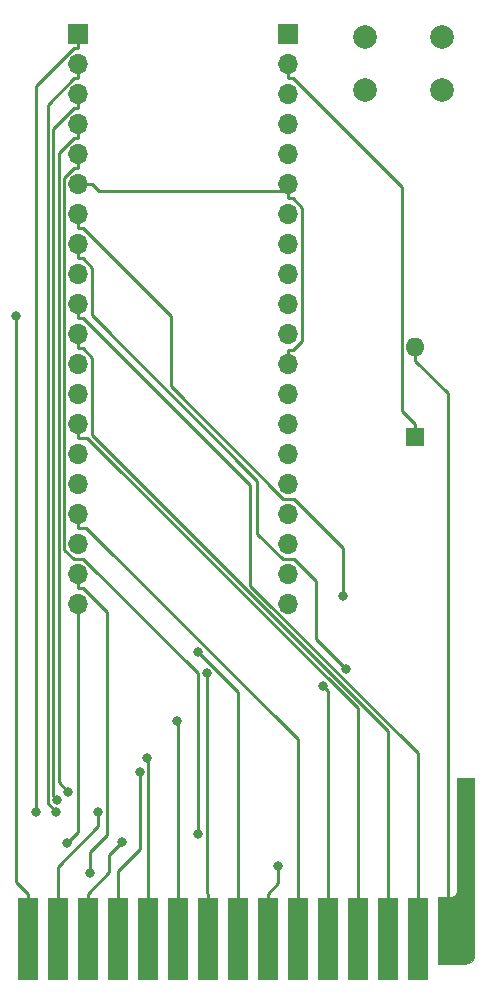
<source format=gbr>
%TF.GenerationSoftware,KiCad,Pcbnew,8.0.1*%
%TF.CreationDate,2024-04-26T17:01:43+02:00*%
%TF.ProjectId,PiCOLECO,5069434f-4c45-4434-9f2e-6b696361645f,1*%
%TF.SameCoordinates,Original*%
%TF.FileFunction,Copper,L1,Top*%
%TF.FilePolarity,Positive*%
%FSLAX46Y46*%
G04 Gerber Fmt 4.6, Leading zero omitted, Abs format (unit mm)*
G04 Created by KiCad (PCBNEW 8.0.1) date 2024-04-26 17:01:43*
%MOMM*%
%LPD*%
G01*
G04 APERTURE LIST*
%TA.AperFunction,EtchedComponent*%
%ADD10C,0.500000*%
%TD*%
%TA.AperFunction,EtchedComponent*%
%ADD11C,0.100000*%
%TD*%
%TA.AperFunction,ConnectorPad*%
%ADD12R,1.750000X7.000000*%
%TD*%
%TA.AperFunction,ConnectorPad*%
%ADD13R,1.750000X5.750000*%
%TD*%
%TA.AperFunction,ComponentPad*%
%ADD14C,2.000000*%
%TD*%
%TA.AperFunction,ComponentPad*%
%ADD15R,1.700000X1.700000*%
%TD*%
%TA.AperFunction,ComponentPad*%
%ADD16O,1.700000X1.700000*%
%TD*%
%TA.AperFunction,ComponentPad*%
%ADD17R,1.600000X1.600000*%
%TD*%
%TA.AperFunction,ComponentPad*%
%ADD18O,1.600000X1.600000*%
%TD*%
%TA.AperFunction,ViaPad*%
%ADD19C,0.800000*%
%TD*%
%TA.AperFunction,Conductor*%
%ADD20C,0.250000*%
%TD*%
G04 APERTURE END LIST*
D10*
%TO.C,X1*%
X117894100Y-145912700D02*
G75*
G02*
X117068600Y-146738200I-825500J0D01*
G01*
D11*
X119075200Y-150992700D02*
X119075200Y-151627700D01*
X118821200Y-151945200D01*
X118313200Y-152135700D01*
X117678200Y-152135700D01*
X117678200Y-136324200D01*
X119075200Y-136324200D01*
X119075200Y-150992700D01*
%TA.AperFunction,EtchedComponent*%
G36*
X119075200Y-150992700D02*
G01*
X119075200Y-151627700D01*
X118821200Y-151945200D01*
X118313200Y-152135700D01*
X117678200Y-152135700D01*
X117678200Y-136324200D01*
X119075200Y-136324200D01*
X119075200Y-150992700D01*
G37*
%TD.AperFunction*%
%TD*%
D12*
%TO.P,X1,2,~{EN-C0}*%
%TO.N,/~{FCE2}*%
X81292700Y-149976700D03*
%TO.P,X1,4,D3*%
%TO.N,D3*%
X83832700Y-149976700D03*
%TO.P,X1,6,D4*%
%TO.N,D4*%
X86372700Y-149976700D03*
%TO.P,X1,8,D5*%
%TO.N,D5*%
X88912700Y-149976700D03*
%TO.P,X1,10,D6*%
%TO.N,D6*%
X91452700Y-149976700D03*
%TO.P,X1,12,D7*%
%TO.N,D7*%
X93992700Y-149976700D03*
%TO.P,X1,14,A11*%
%TO.N,A11*%
X96532700Y-149976700D03*
%TO.P,X1,16,A10*%
%TO.N,A10*%
X99072700Y-149976700D03*
%TO.P,X1,18,~{EN-80}*%
%TO.N,/~{FCE0}*%
X101612700Y-149976700D03*
%TO.P,X1,20,A14*%
%TO.N,A14*%
X104152700Y-149976700D03*
%TO.P,X1,22,~{EN-A0}*%
%TO.N,/~{FCE1}*%
X106692700Y-149976700D03*
%TO.P,X1,24,A12*%
%TO.N,A12*%
X109232700Y-149976700D03*
%TO.P,X1,26,A9*%
%TO.N,A9*%
X111772700Y-149976700D03*
%TO.P,X1,28,A8*%
%TO.N,A8*%
X114312700Y-149976700D03*
D13*
%TO.P,X1,30,Vcc*%
%TO.N,+5V*%
X116852700Y-149341700D03*
%TD*%
D14*
%TO.P,SW1,1,1*%
%TO.N,RST*%
X109875000Y-73650000D03*
X116375000Y-73650000D03*
%TO.P,SW1,2,2*%
%TO.N,GND*%
X109875000Y-78150000D03*
X116375000Y-78150000D03*
%TD*%
D15*
%TO.P,J2,1,Pin_1*%
%TO.N,unconnected-(J2-Pin_1-Pad1)*%
X103375000Y-73385000D03*
D16*
%TO.P,J2,2,Pin_2*%
%TO.N,Net-(D1-K)*%
X103375000Y-75925000D03*
%TO.P,J2,3,Pin_3*%
%TO.N,GND*%
X103375000Y-78465000D03*
%TO.P,J2,4,Pin_4*%
%TO.N,unconnected-(J2-Pin_4-Pad4)*%
X103375000Y-81005000D03*
%TO.P,J2,5,Pin_5*%
%TO.N,unconnected-(J2-Pin_5-Pad5)*%
X103375000Y-83545000D03*
%TO.P,J2,6,Pin_6*%
%TO.N,GND*%
X103375000Y-86085000D03*
%TO.P,J2,7,Pin_7*%
%TO.N,RST*%
X103375000Y-88625000D03*
%TO.P,J2,8,Pin_8*%
%TO.N,unconnected-(J2-Pin_8-Pad8)*%
X103375000Y-91165000D03*
%TO.P,J2,9,Pin_9*%
%TO.N,unconnected-(J2-Pin_9-Pad9)*%
X103375000Y-93705000D03*
%TO.P,J2,10,Pin_10*%
%TO.N,/~{FCE3}*%
X103375000Y-96245000D03*
%TO.P,J2,11,Pin_11*%
%TO.N,/~{FCE2}*%
X103375000Y-98785000D03*
%TO.P,J2,12,Pin_12*%
%TO.N,GND*%
X103375000Y-101325000D03*
%TO.P,J2,13,Pin_13*%
%TO.N,/~{FCE1}*%
X103375000Y-103865000D03*
%TO.P,J2,14,Pin_14*%
%TO.N,/~{FCE0}*%
X103375000Y-106405000D03*
%TO.P,J2,15,Pin_15*%
%TO.N,D7*%
X103375000Y-108945000D03*
%TO.P,J2,16,Pin_16*%
%TO.N,D6*%
X103375000Y-111485000D03*
%TO.P,J2,17,Pin_17*%
%TO.N,D5*%
X103375000Y-114025000D03*
%TO.P,J2,18,Pin_18*%
%TO.N,D4*%
X103375000Y-116565000D03*
%TO.P,J2,19,Pin_19*%
%TO.N,D3*%
X103375000Y-119105000D03*
%TO.P,J2,20,Pin_20*%
%TO.N,D2*%
X103375000Y-121645000D03*
%TD*%
D15*
%TO.P,J1,1,Pin_1*%
%TO.N,A0*%
X85600000Y-73385000D03*
D16*
%TO.P,J1,2,Pin_2*%
%TO.N,A1*%
X85600000Y-75925000D03*
%TO.P,J1,3,Pin_3*%
%TO.N,A2*%
X85600000Y-78465000D03*
%TO.P,J1,4,Pin_4*%
%TO.N,A3*%
X85600000Y-81005000D03*
%TO.P,J1,5,Pin_5*%
%TO.N,A4*%
X85600000Y-83545000D03*
%TO.P,J1,6,Pin_6*%
%TO.N,GND*%
X85600000Y-86085000D03*
%TO.P,J1,7,Pin_7*%
%TO.N,A5*%
X85600000Y-88625000D03*
%TO.P,J1,8,Pin_8*%
%TO.N,A6*%
X85600000Y-91165000D03*
%TO.P,J1,9,Pin_9*%
%TO.N,A7*%
X85600000Y-93705000D03*
%TO.P,J1,10,Pin_10*%
%TO.N,A8*%
X85600000Y-96245000D03*
%TO.P,J1,11,Pin_11*%
%TO.N,A9*%
X85600000Y-98785000D03*
%TO.P,J1,12,Pin_12*%
%TO.N,A10*%
X85600000Y-101325000D03*
%TO.P,J1,13,Pin_13*%
%TO.N,A11*%
X85600000Y-103865000D03*
%TO.P,J1,14,Pin_14*%
%TO.N,A12*%
X85600000Y-106405000D03*
%TO.P,J1,15,Pin_15*%
%TO.N,GND*%
X85600000Y-108945000D03*
%TO.P,J1,16,Pin_16*%
%TO.N,A13*%
X85600000Y-111485000D03*
%TO.P,J1,17,Pin_17*%
%TO.N,A14*%
X85600000Y-114025000D03*
%TO.P,J1,18,Pin_18*%
%TO.N,unconnected-(J1-Pin_18-Pad18)*%
X85600000Y-116565000D03*
%TO.P,J1,19,Pin_19*%
%TO.N,D0*%
X85600000Y-119105000D03*
%TO.P,J1,20,Pin_20*%
%TO.N,D1*%
X85600000Y-121645000D03*
%TD*%
D17*
%TO.P,D1,1,K*%
%TO.N,Net-(D1-K)*%
X114125000Y-107535000D03*
D18*
%TO.P,D1,2,A*%
%TO.N,+5V*%
X114125000Y-99915000D03*
%TD*%
D19*
%TO.N,D7*%
X93903200Y-131540300D03*
%TO.N,D4*%
X89245900Y-141770900D03*
%TO.N,D5*%
X90783300Y-135893800D03*
%TO.N,D3*%
X87273600Y-139250200D03*
%TO.N,D6*%
X91439400Y-134642900D03*
%TO.N,A2*%
X83819300Y-138193500D03*
%TO.N,A1*%
X83730000Y-139224200D03*
%TO.N,A3*%
X84743200Y-137509400D03*
%TO.N,A5*%
X107987400Y-120949200D03*
%TO.N,D1*%
X84670400Y-141832800D03*
%TO.N,D0*%
X86615300Y-144431600D03*
%TO.N,A0*%
X82032900Y-139249200D03*
%TO.N,A10*%
X95730100Y-125700400D03*
%TO.N,A6*%
X108274000Y-127168900D03*
%TO.N,A11*%
X96486300Y-127511100D03*
%TO.N,A4*%
X95688200Y-141113200D03*
%TO.N,/~{FCE0}*%
X102478600Y-143799500D03*
%TO.N,/~{FCE1}*%
X106319300Y-128589200D03*
%TO.N,/~{FCE2}*%
X80336100Y-97261100D03*
%TD*%
D20*
%TO.N,D7*%
X93992700Y-149976700D02*
X93992700Y-146150000D01*
X93992700Y-131629800D02*
X93903200Y-131540300D01*
X93992700Y-146150000D02*
X93992700Y-131629800D01*
%TO.N,D4*%
X86372700Y-149976700D02*
X86372700Y-146150000D01*
X88164100Y-142852700D02*
X89245900Y-141770900D01*
X88164100Y-144358600D02*
X88164100Y-142852700D01*
X86372700Y-146150000D02*
X88164100Y-144358600D01*
%TO.N,D5*%
X90783300Y-142376100D02*
X90783300Y-135893800D01*
X88912700Y-144246700D02*
X90783300Y-142376100D01*
X88912700Y-149976700D02*
X88912700Y-144246700D01*
%TO.N,D3*%
X83832700Y-143897800D02*
X83832700Y-149976700D01*
X87273600Y-140456900D02*
X83832700Y-143897800D01*
X87273600Y-139250200D02*
X87273600Y-140456900D01*
%TO.N,D6*%
X91452700Y-149976700D02*
X91452700Y-146150000D01*
X91518600Y-134722100D02*
X91439400Y-134642900D01*
X91518600Y-146084100D02*
X91518600Y-134722100D01*
X91452700Y-146150000D02*
X91518600Y-146084100D01*
%TO.N,A14*%
X85600000Y-114025000D02*
X85600000Y-115201700D01*
X86259100Y-115201700D02*
X85600000Y-115201700D01*
X104152700Y-133095300D02*
X86259100Y-115201700D01*
X104152700Y-149976700D02*
X104152700Y-133095300D01*
%TO.N,A2*%
X85600000Y-78465000D02*
X85600000Y-79641700D01*
X83451600Y-137825800D02*
X83819300Y-138193500D01*
X83451600Y-81422400D02*
X83451600Y-137825800D01*
X85232300Y-79641700D02*
X83451600Y-81422400D01*
X85600000Y-79641700D02*
X85232300Y-79641700D01*
%TO.N,A1*%
X85600000Y-75925000D02*
X85600000Y-77101700D01*
X82978200Y-138472400D02*
X83730000Y-139224200D01*
X82978200Y-79355800D02*
X82978200Y-138472400D01*
X85232300Y-77101700D02*
X82978200Y-79355800D01*
X85600000Y-77101700D02*
X85232300Y-77101700D01*
%TO.N,A3*%
X83951100Y-136717300D02*
X84743200Y-137509400D01*
X83951100Y-83462900D02*
X83951100Y-136717300D01*
X85232300Y-82181700D02*
X83951100Y-83462900D01*
X85600000Y-82181700D02*
X85232300Y-82181700D01*
X85600000Y-81005000D02*
X85600000Y-82181700D01*
%TO.N,A5*%
X85600000Y-88625000D02*
X85600000Y-89801700D01*
X85967800Y-89801700D02*
X85600000Y-89801700D01*
X93403600Y-97237500D02*
X85967800Y-89801700D01*
X93403600Y-103188100D02*
X93403600Y-97237500D01*
X102953800Y-112738300D02*
X93403600Y-103188100D01*
X103860500Y-112738300D02*
X102953800Y-112738300D01*
X107987400Y-116865200D02*
X103860500Y-112738300D01*
X107987400Y-120949200D02*
X107987400Y-116865200D01*
%TO.N,D1*%
X85600000Y-121645000D02*
X85600000Y-122821700D01*
X85600000Y-140903200D02*
X85600000Y-122821700D01*
X84670400Y-141832800D02*
X85600000Y-140903200D01*
%TO.N,A12*%
X85600000Y-106405000D02*
X85600000Y-107581700D01*
X109232700Y-149976700D02*
X109232700Y-146150000D01*
X109232700Y-130461900D02*
X109232700Y-146150000D01*
X86352500Y-107581700D02*
X109232700Y-130461900D01*
X85600000Y-107581700D02*
X86352500Y-107581700D01*
%TO.N,A9*%
X111772700Y-132354300D02*
X111772700Y-149976700D01*
X86776700Y-107358300D02*
X111772700Y-132354300D01*
X86776700Y-100770600D02*
X86776700Y-107358300D01*
X85967800Y-99961700D02*
X86776700Y-100770600D01*
X85600000Y-99961700D02*
X85967800Y-99961700D01*
X85600000Y-98785000D02*
X85600000Y-99961700D01*
%TO.N,D0*%
X86615300Y-142631300D02*
X86615300Y-144431600D01*
X88038600Y-141208000D02*
X86615300Y-142631300D01*
X88038600Y-122352600D02*
X88038600Y-141208000D01*
X85967700Y-120281700D02*
X88038600Y-122352600D01*
X85600000Y-120281700D02*
X85967700Y-120281700D01*
X85600000Y-119105000D02*
X85600000Y-120281700D01*
%TO.N,A8*%
X85600000Y-96245000D02*
X85600000Y-97421700D01*
X85977200Y-97421700D02*
X85600000Y-97421700D01*
X100144400Y-111588900D02*
X85977200Y-97421700D01*
X100144400Y-120078600D02*
X100144400Y-111588900D01*
X114312700Y-134246900D02*
X100144400Y-120078600D01*
X114312700Y-149976700D02*
X114312700Y-134246900D01*
%TO.N,A0*%
X85600000Y-73385000D02*
X85600000Y-74561700D01*
X82032900Y-77761100D02*
X82032900Y-139249200D01*
X85232300Y-74561700D02*
X82032900Y-77761100D01*
X85600000Y-74561700D02*
X85232300Y-74561700D01*
%TO.N,A10*%
X99072700Y-129043000D02*
X99072700Y-149976700D01*
X95730100Y-125700400D02*
X99072700Y-129043000D01*
%TO.N,A6*%
X85600000Y-91165000D02*
X85600000Y-92341700D01*
X105740000Y-124634900D02*
X108274000Y-127168900D01*
X105740000Y-119727300D02*
X105740000Y-124634900D01*
X103847700Y-117835000D02*
X105740000Y-119727300D01*
X102922400Y-117835000D02*
X103847700Y-117835000D01*
X100755200Y-115667800D02*
X102922400Y-117835000D01*
X100755200Y-111178500D02*
X100755200Y-115667800D01*
X86776700Y-97200000D02*
X100755200Y-111178500D01*
X86776700Y-93150600D02*
X86776700Y-97200000D01*
X85967800Y-92341700D02*
X86776700Y-93150600D01*
X85600000Y-92341700D02*
X85967800Y-92341700D01*
%TO.N,A11*%
X96532700Y-149976700D02*
X96532700Y-146150000D01*
X96486300Y-146103600D02*
X96486300Y-127511100D01*
X96532700Y-146150000D02*
X96486300Y-146103600D01*
%TO.N,A4*%
X85600000Y-83545000D02*
X85600000Y-84721700D01*
X85232300Y-84721700D02*
X85600000Y-84721700D01*
X84402800Y-85551200D02*
X85232300Y-84721700D01*
X84402800Y-117045400D02*
X84402800Y-85551200D01*
X85192400Y-117835000D02*
X84402800Y-117045400D01*
X86009700Y-117835000D02*
X85192400Y-117835000D01*
X95688200Y-127513500D02*
X86009700Y-117835000D01*
X95688200Y-141113200D02*
X95688200Y-127513500D01*
%TO.N,+5V*%
X114125000Y-99915000D02*
X114125000Y-101041700D01*
X116852700Y-103769400D02*
X116852700Y-149341700D01*
X114125000Y-101041700D02*
X116852700Y-103769400D01*
%TO.N,GND*%
X103742800Y-87261700D02*
X103375000Y-87261700D01*
X104551700Y-88070600D02*
X103742800Y-87261700D01*
X104551700Y-99339300D02*
X104551700Y-88070600D01*
X103742700Y-100148300D02*
X104551700Y-99339300D01*
X103375000Y-100148300D02*
X103742700Y-100148300D01*
X103375000Y-101325000D02*
X103375000Y-100148300D01*
X103375000Y-86085000D02*
X103375000Y-86673300D01*
X103375000Y-86673300D02*
X103375000Y-87261700D01*
X87365000Y-86673300D02*
X86776700Y-86085000D01*
X103375000Y-86673300D02*
X87365000Y-86673300D01*
X85600000Y-86085000D02*
X86776700Y-86085000D01*
%TO.N,Net-(D1-K)*%
X103742700Y-77101700D02*
X103375000Y-77101700D01*
X112998300Y-86357300D02*
X103742700Y-77101700D01*
X112998300Y-105281600D02*
X112998300Y-86357300D01*
X114125000Y-106408300D02*
X112998300Y-105281600D01*
X114125000Y-107535000D02*
X114125000Y-106408300D01*
X103375000Y-75925000D02*
X103375000Y-77101700D01*
%TO.N,/~{FCE0}*%
X102478600Y-145284100D02*
X102478600Y-143799500D01*
X101612700Y-146150000D02*
X102478600Y-145284100D01*
X101612700Y-149976700D02*
X101612700Y-146150000D01*
%TO.N,/~{FCE1}*%
X106692700Y-149976700D02*
X106692700Y-146150000D01*
X106692700Y-128962600D02*
X106319300Y-128589200D01*
X106692700Y-146150000D02*
X106692700Y-128962600D01*
%TO.N,/~{FCE2}*%
X81292700Y-149976700D02*
X81292700Y-146150000D01*
X80336100Y-145193400D02*
X80336100Y-97261100D01*
X81292700Y-146150000D02*
X80336100Y-145193400D01*
%TD*%
M02*

</source>
